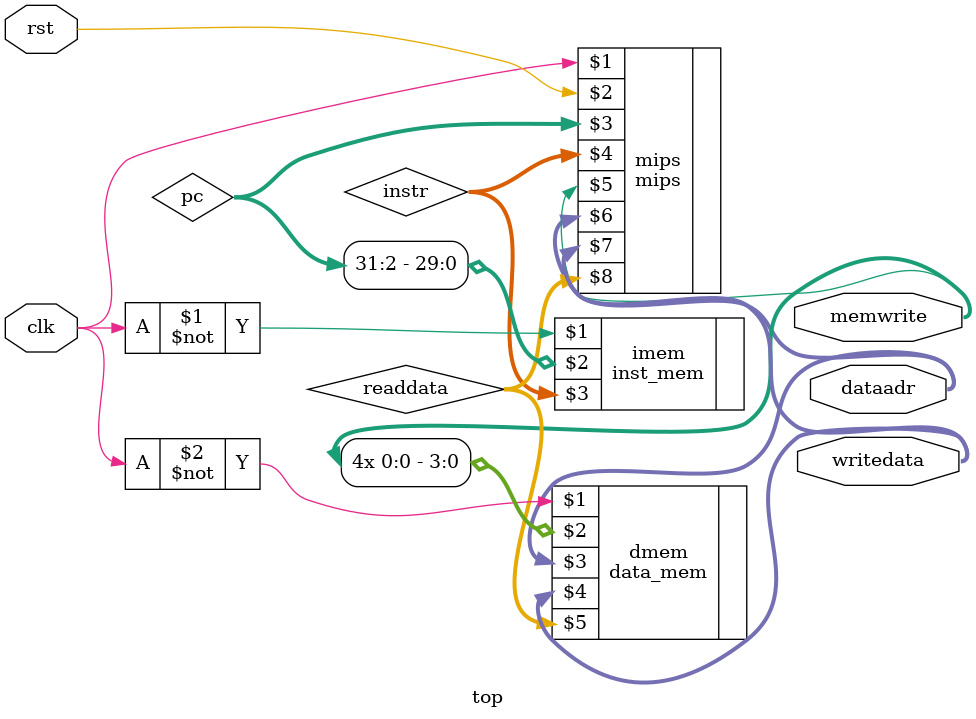
<source format=v>
`timescale 1ns / 1ps


module top(
	input wire clk,rst,
	output wire[31:0] writedata,dataadr,
	output wire memwrite
    );
	wire[31:0] pc,instr,readdata;
	mips mips(clk,rst,pc,instr,memwrite,dataadr,writedata,readdata);
	inst_mem imem(~clk,pc[31:2],instr);
	data_mem dmem(~clk,{memwrite,memwrite,memwrite,memwrite},dataadr,writedata,readdata);
endmodule

</source>
